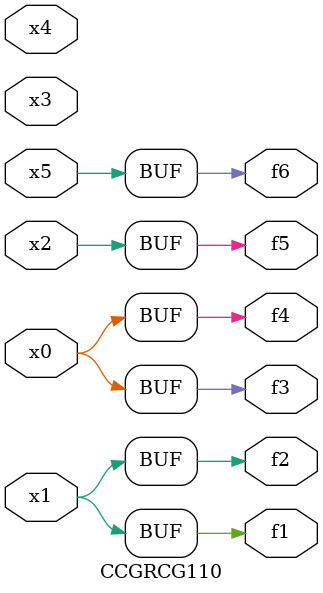
<source format=v>
module CCGRCG110(
	input x0, x1, x2, x3, x4, x5,
	output f1, f2, f3, f4, f5, f6
);
	assign f1 = x1;
	assign f2 = x1;
	assign f3 = x0;
	assign f4 = x0;
	assign f5 = x2;
	assign f6 = x5;
endmodule

</source>
